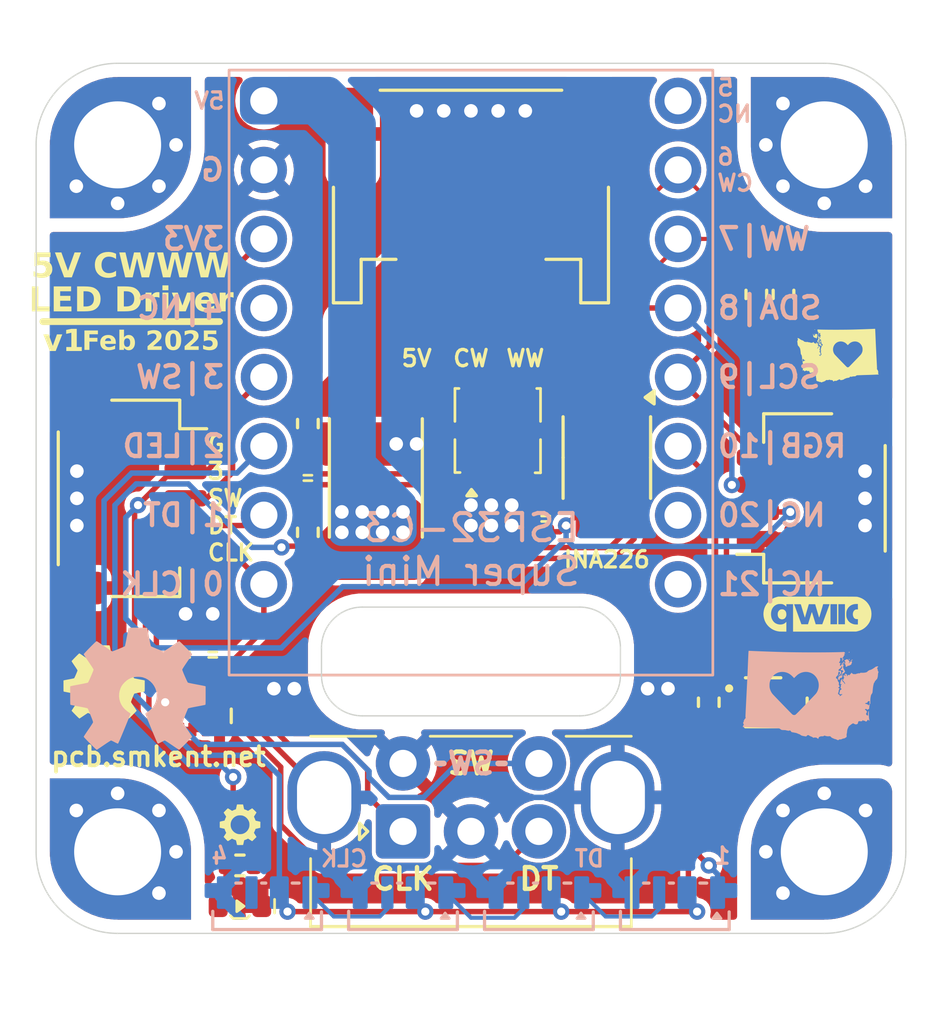
<source format=kicad_pcb>
(kicad_pcb (version 20240108) (generator "pcbnew") (generator_version "8.0")
  (layers (0 "F.Cu" signal) (31 "B.Cu" signal) (34 "B.Paste" user) (35 "F.Paste" user) (36 "B.SilkS" user "B.Silkscreen") (37 "F.SilkS" user "F.Silkscreen") (38 "B.Mask" user) (39 "F.Mask" user) (44 "Edge.Cuts" user))
  (net 0 "")
  (net 1 "+3V3")
  (net 2 "GND")
  (net 4 "CLK")
  (net 5 "DT")
  (net 6 "Net-(U2-Vin+)")
  (net 7 "SCL")
  (net 8 "SDA")
  (net 9 "BUTTON")
  (net 10 "+5V")
  (net 11 "Net-(LED0-A)")
  (net 12 "NEOPIXEL_DATA_5V")
  (net 13 "STATUS_LED")
  (net 15 "NEOPIXEL_DATA_3V3")
  (net 17 "5V_SHUNT_LOW")
  (net 18 "/PIX2_DATA_S")
  (net 19 "/PIX3_DATA_S")
  (net 20 "/PIX4_DATA_S")
  (net 21 "5V_SHUNT")
  (net 22 "WW_PWM_S")
  (net 23 "CW_PWM_S")
  (net 26 "WW_K")
  (net 27 "CW_K")
  (footprint "connector:Qwiic-SMD-horizontal" (layer "F.Cu") (at 135.55541 34 90)
    (property "Reference" "J2" (hide yes))
    (property "Value" "Qwiic")
  )
  (footprint "discrete:LED_SideEmitter_1.7x1.1mm" (layer "F.Cu") (at 114.5 49 180)
    (property "Reference" "LED0" (hide yes))
    (property "Value" "XL-1606UWC")
  )
  (footprint "graphics:icon-gear-1.5mm" (layer "F.Cu") (at 114.5 46)
    (property "Reference" "G***" (hide yes))
    (property "Value" "LOGO" (hide yes))
  )
  (footprint "mechanical:MountingHole_3.2mm_M3_5.4mm_Pad_Via_corner" (layer "F.Cu") (at 110 47)
    (property "Reference" "REF**" (hide yes))
    (property "Value" "MountingHole_3.2mm_M3_5.4mm_Pad_Via_corner" (hide yes))
  )
  (footprint "graphics:oshw-logo-3mm" (layer "F.Cu") (at 109.5 40.75)
    (property "Reference" "G***" (hide yes))
    (property "Value" "LOGO" (hide yes))
  )
  (footprint "Resistor_SMD:R_2512_6332Metric_Pad1.40x3.35mm_HandSolder" (layer "F.Cu") (at 119.5 33.25 90)
    (property "Reference" "SR1" (hide yes))
    (property "Value" "R020")
  )
  (footprint "Resistor_SMD:R_0402_1005Metric" (layer "F.Cu") (at 134.5 26.5 -90)
    (property "Reference" "R4" (hide yes))
    (property "Value" "10K")
  )
  (footprint "electromechanical:RotaryEncoder_Alps_EC11-Switch_Horizontal_H20mm" (layer "F.Cu") (at 120.5 46.25 90)
    (property "Reference" "SW1" (hide yes))
    (property "Value" "RotaryEncoder_Switch_MP")
  )
  (footprint "mechanical:MountingHole_3.2mm_M3_5.4mm_Pad_Via_corner" (layer "F.Cu") (at 110 21 -90)
    (property "Reference" "REF**" (hide yes))
    (property "Value" "MountingHole_3.2mm_M3_5.4mm_Pad_Via_corner" (hide yes))
  )
  (footprint "Resistor_SMD:R_0402_1005Metric" (layer "F.Cu") (at 114.5 47.5)
    (property "Reference" "R0" (hide yes))
    (property "Value" "5K1")
  )
  (footprint "Resistor_SMD:R_0402_1005Metric" (layer "F.Cu") (at 135.75 41.5 -90)
    (property "Reference" "R2" (hide yes))
    (property "Value" "10K")
  )
  (footprint "Resistor_SMD:R_0402_1005Metric" (layer "F.Cu") (at 133.5 26.5 -90)
    (property "Reference" "R5" (hide yes))
    (property "Value" "10K")
  )
  (footprint "graphics:qwiic-logo-4mm" (layer "F.Cu") (at 135.75 38.25)
    (property "Reference" "G***" (hide yes))
    (property "Value" "LOGO" (hide yes))
  )
  (footprint "package:PDFN-8_L3.2-W3.1-P0.65-LS3.4-BL-EP2" (layer "F.Cu") (at 124 31.5)
    (property "Reference" "Q1" (hide yes))
    (property "Value" "ZC010DNG")
  )
  (footprint "Resistor_SMD:R_0402_1005Metric" (layer "F.Cu") (at 131.75 41.5 -90)
    (property "Reference" "R1" (hide yes))
    (property "Value" "10K")
  )
  (footprint "mechanical:MountingHole_3.2mm_M3_5.4mm_Pad_Via_corner_SW-curve" (layer "F.Cu") (at 136 47 90)
    (property "Reference" "REF**" (hide yes))
    (property "Value" "MountingHole_3.2mm_M3_5.4mm_Pad_Via_corner_SW-curve" (hide yes))
  )
  (footprint "graphics:wa-state-heart-3mm" (layer "F.Cu") (at 136.5 28.75)
    (property "Reference" "G***" (hide yes))
    (property "Value" "LOGO" (hide yes))
  )
  (footprint "package:SOT-523" (layer "F.Cu") (at 133.75 41.5)
    (property "Reference" "Q2" (hide yes))
    (property "Value" "G2N7002X")
  )
  (footprint "Resistor_SMD:R_0402_1005Metric" (layer "F.Cu") (at 117 31.25 -90)
    (property "Reference" "R7" (hide yes))
    (property "Value" "10R")
  )
  (footprint "Package_SO:VSSOP-10_3x3mm_P0.5mm" (layer "F.Cu") (at 128 32.5 -90)
    (property "Reference" "U2" (hide yes))
    (property "Value" "INA226")
  )
  (footprint "discrete:C_0402_1005Metric" (layer "F.Cu") (at 117 33.25 90)
    (property "Reference" "C9" (hide yes))
    (property "Value" "0u1")
  )
  (footprint "connector:JST_SH_SM05B-SRSS-TB_1x05-1MP_P1.00mm_Horizontal" (layer "F.Cu") (at 110.5 34 -90)
    (property "Reference" "J3")
    (property "Value" "JST SH")
  )
  (footprint "discrete:C_0402_1005Metric" (layer "F.Cu") (at 113.5 39.75 90)
    (property "Reference" "C7" (hide yes))
    (property "Value" "10n")
  )
  (footprint "mechanical:MountingHole_3.2mm_M3_5.4mm_Pad_Via_corner" (layer "F.Cu") (at 136 21 180)
    (property "Reference" "REF**" (hide yes))
    (property "Value" "MountingHole_3.2mm_M3_5.4mm_Pad_Via_corner" (hide yes))
  )
  (footprint "discrete:C_0402_1005Metric" (layer "F.Cu") (at 125.75 34.75 90)
    (property "Reference" "C10" (hide yes))
    (property "Value" "1u")
  )
  (footprint "Resistor_SMD:R_0402_1005Metric" (layer "F.Cu") (at 117 35.25 90)
    (property "Reference" "R6" (hide yes))
    (property "Value" "10R")
  )
  (footprint "discrete:R_Array_Convex_4x0402" (layer "F.Cu") (at 113 42 -90)
    (property "Reference" "RN1" (hide yes))
    (property "Value" "10K")
  )
  (footprint "connector:STEMMA-Signal-SMD-horizontal" (layer "F.Cu") (at 123 23.5 180)
    (property "Reference" "J1" (hide yes))
    (property "Value" "JST PH")
  )
  (footprint "discrete:C_0402_1005Metric" (layer "F.Cu") (at 112.5 39.75 90)
    (property "Reference" "C8" (hide yes))
    (property "Value" "10n")
  )
  (footprint "discrete:LED_SK6812SIDE-A_4.0x1.6mm" (layer "B.Cu") (at 115.5 48.5 180)
    (property "Reference" "PIX4")
    (property "Value" "SK6812SIDE-A")
  )
  (footprint "discrete:LED_SK6812SIDE-A_4.0x1.6mm" (layer "B.Cu") (at 120.5 48.5 180)
    (property "Reference" "PIX3")
    (property "Value" "SK6812SIDE-A")
  )
  (footprint "discrete:LED_SK6812SIDE-A_4.0x1.6mm" (layer "B.Cu") (at 125.5 48.5 180)
    (property "Reference" "PIX2")
    (property "Value" "SK6812SIDE-A")
  )
  (footprint "graphics:oshw-logo-5mm" (layer "B.Cu") (at 110.75 41 180)
    (property "Reference" "G***" (hide yes))
    (property "Value" "LOGO" (hide yes))
  )
  (footprint "discrete:LED_SK6812SIDE-A_4.0x1.6mm" (layer "B.Cu") (at 130.5 48.5 180)
    (property "Reference" "PIX1")
    (property "Value" "SK6812SIDE-A")
  )
  (footprint "graphics:wa-state-heart-5mm" (layer "B.Cu") (at 135.5 41.25 180)
    (property "Reference" "G***" (hide yes))
    (property "Value" "LOGO" (hide yes))
  )
  (footprint "module:ESP32-C3-Super-Mini-Pins" (layer "B.Cu") (at 123 27 180)
    (property "Reference" "SM1" (hide yes))
    (property "Value" "~")
  )
  (gr_line (start 122 43.75) (end 121.75 43.75) (stroke (width 0.2)) (layer "B.SilkS"))
  (gr_line (start 124 43.75) (end 124.25 43.75) (stroke (width 0.2)) (layer "B.SilkS"))
  (gr_line (start 122 43.75) (end 121.75 43.75) (stroke (width 0.2)) (layer "F.SilkS"))
  (gr_line (start 124 43.75) (end 124.25 43.75) (stroke (width 0.2)) (layer "F.SilkS"))
  (gr_line (start 107.25 27.5) (end 113.75 27.5) (stroke (width 0.25)) (layer "F.SilkS"))
  (gr_line (start 128.5 39.5) (end 128.5 40.5) (stroke (width 0.05)) (layer "Edge.Cuts"))
  (gr_line (start 127 42) (end 119 42) (stroke (width 0.05)) (layer "Edge.Cuts"))
  (gr_line (start 107 47) (end 107 21) (stroke (width 0.05)) (layer "Edge.Cuts"))
  (gr_line (start 119 38) (end 127 38) (stroke (width 0.05)) (layer "Edge.Cuts"))
  (gr_arc (start 136 18) (mid 138.12132 18.87868) (end 139 21) (stroke (width 0.05)) (layer "Edge.Cuts"))
  (gr_line (start 110 18) (end 136 18) (stroke (width 0.05)) (layer "Edge.Cuts"))
  (gr_arc (start 127 38) (mid 128.06066 38.43934) (end 128.5 39.5) (stroke (width 0.05)) (layer "Edge.Cuts"))
  (gr_line (start 139 21) (end 139 47) (stroke (width 0.05)) (layer "Edge.Cuts"))
  (gr_arc (start 117.5 39.5) (mid 117.93934 38.43934) (end 119 38) (stroke (width 0.05)) (layer "Edge.Cuts"))
  (gr_arc (start 139 47) (mid 138.12132 49.12132) (end 136 50) (stroke (width 0.05)) (layer "Edge.Cuts"))
  (gr_arc (start 128.5 40.5) (mid 128.06066 41.56066) (end 127 42) (stroke (width 0.05)) (layer "Edge.Cuts"))
  (gr_line (start 136 50) (end 110 50) (stroke (width 0.05)) (layer "Edge.Cuts"))
  (gr_arc (start 119 42) (mid 117.93934 41.56066) (end 117.5 40.5) (stroke (width 0.05)) (layer "Edge.Cuts"))
  (gr_line (start 117.5 40.5) (end 117.5 39.5) (stroke (width 0.05)) (layer "Edge.Cuts"))
  (gr_arc (start 107 21) (mid 107.87868 18.87868) (end 110 18) (stroke (width 0.05)) (layer "Edge.Cuts"))
  (gr_arc (start 110 50) (mid 107.87868 49.12132) (end 107 47) (stroke (width 0.05)) (layer "Edge.Cuts"))
  (gr_text "RGB|10" (at 132 32.08 0) (layer "B.SilkS") (effects (font (size 0.8 0.8) (thickness 0.16) (bold yes)) (justify right mirror)))
  (gr_text "4|NC" (at 114 27 0) (layer "B.SilkS") (effects (font (size 0.8 0.8) (thickness 0.16) (bold yes)) (justify left mirror)))
  (gr_text "0|CLK" (at 114 37.16 0) (layer "B.SilkS") (effects (font (size 0.8 0.8) (thickness 0.16) (bold yes)) (justify left mirror)))
  (gr_text "6\nCW" (at 132 21.92 0) (layer "B.SilkS") (effects (font (size 0.6 0.6) (thickness 0.12) (bold yes)) (justify right mirror)))
  (gr_text "5V" (at 114 19.38 0) (layer "B.SilkS") (effects (font (size 0.6 0.6) (thickness 0.12) (bold yes)) (justify left mirror)))
  (gr_text "3V3" (at 114 24.46 0) (layer "B.SilkS") (effects (font (size 0.8 0.8) (thickness 0.16) (bold yes)) (justify left mirror)))
  (gr_text "3|SW" (at 114 29.54 0) (layer "B.SilkS") (effects (font (size 0.8 0.8) (thickness 0.16) (bold yes)) (justify left mirror)))
  (gr_text "G" (at 114 21.92 0) (layer "B.SilkS") (effects (font (size 0.8 0.8) (thickness 0.16) (bold yes)) (justify left mirror)))
  (gr_text "1|DT" (at 114 34.62 0) (layer "B.SilkS") (effects (font (size 0.8 0.8) (thickness 0.16) (bold yes)) (justify left mirror)))
  (gr_text "NC|20" (at 132 34.62 0) (layer "B.SilkS") (effects (font (size 0.8 0.8) (thickness 0.16) (bold yes)) (justify right mirror)))
  (gr_text "WW|7" (at 132 24.46 0) (layer "B.SilkS") (effects (font (size 0.8 0.8) (thickness 0.16) (bold yes)) (justify right mirror)))
  (gr_text "CLK" (at 119.25 47.25 0) (layer "B.SilkS") (effects (font (size 0.6 0.6) (thickness 0.12) (bold yes)) (justify left mirror)))
  (gr_text "DT" (at 126.75 47.25 0) (layer "B.SilkS") (effects (font (size 0.6 0.6) (thickness 0.12) (bold yes)) (justify right mirror)))
  (gr_text "SDA|8" (at 132 27 0) (layer "B.SilkS") (effects (font (size 0.8 0.8) (thickness 0.16) (bold yes)) (justify right mirror)))
  (gr_text "SCL|9" (at 132 29.54 0) (layer "B.SilkS") (effects (font (size 0.8 0.8) (thickness 0.16) (bold yes)) (justify right mirror)))
  (gr_text "1" (at 132.25 47.5 0) (layer "B.SilkS") (effects (font (size 0.6 0.6) (thickness 0.12) (bold yes)) (justify bottom mirror)))
  (gr_text "5\nNC" (at 132 19.38 0) (layer "B.SilkS") (effects (font (size 0.6 0.6) (thickness 0.12) (bold yes)) (justify right mirror)))
  (gr_text "2|LED" (at 114 32.08 0) (layer "B.SilkS") (effects (font (size 0.8 0.8) (thickness 0.16) (bold yes)) (justify left mirror)))
  (gr_text "NC|21" (at 132 37.16 0) (layer "B.SilkS") (effects (font (size 0.8 0.8) (thickness 0.16) (bold yes)) (justify right mirror)))
  (gr_text "4" (at 113.75 47.5 0) (layer "B.SilkS") (effects (font (size 0.6 0.6) (thickness 0.12) (bold yes)) (justify bottom mirror)))
  (gr_text "SW" (at 123 43.75 0) (layer "B.SilkS") (effects (font (size 0.8 0.8) (thickness 0.16) (bold yes)) (justify mirror)))
  (gr_text "5V" (at 121 28.5 0) (layer "F.SilkS") (effects (font (size 0.6 0.6) (thickness 0.12) (bold yes)) (justify top)))
  (gr_text "CLK" (at 113.25 36 0) (layer "F.SilkS") (effects (font (size 0.6 0.6) (thickness 0.12) (bold yes)) (justify left)))
  (gr_text "CW" (at 123 28.5 0) (layer "F.SilkS") (effects (font (size 0.6 0.6) (thickness 0.12) (bold yes)) (justify top)))
  (gr_text "CLK" (at 120.5 48 -0) (layer "F.SilkS") (effects (font (size 0.8 0.8) (thickness 0.16) (bold yes))))
  (gr_text "WW" (at 125 28.5 0) (layer "F.SilkS") (effects (font (size 0.6 0.6) (thickness 0.12) (bold yes)) (justify top)))
  (gr_text "SW" (at 113.25 34 0) (layer "F.SilkS") (effects (font (size 0.6 0.6) (thickness 0.12) (bold yes)) (justify left)))
  (gr_text "DT" (at 125.5 48 -0) (layer "F.SilkS") (effects (font (size 0.8 0.8) (thickness 0.16) (bold yes))))
  (gr_text "3" (at 113.25 33 0) (layer "F.SilkS") (effects (font (size 0.6 0.6) (thickness 0.12) (bold yes)) (justify left)))
  (gr_text "5V CWWW" (at 110.5 25.5 0) (layer "F.SilkS") (effects (font (size 0.9 0.9) (thickness 0.18) (bold yes))))
  (gr_text "INA226" (at 128 36.25 0) (layer "F.SilkS") (effects (font (size 0.6 0.6) (thickness 0.12) (bold yes))))
  (gr_text "pcb.smkent.net" (at 111.5 43.5 0) (layer "F.SilkS") (effects (font (size 0.7 0.7) (thickness 0.14) (bold yes))))
  (gr_text "Feb 2025" (at 113.75 28.25 0) (layer "F.SilkS") (effects (font (size 0.7 0.7) (thickness 0.14) (bold yes)) (justify right)))
  (gr_text "v1" (at 107.25 28.25 0) (layer "F.SilkS") (effects (font (size 0.8 0.8) (thickness 0.16) (bold yes)) (justify left)))
  (gr_text "G" (at 113.25 32 0) (layer "F.SilkS") (effects (font (size 0.6 0.6) (thickness 0.12) (bold yes)) (justify left)))
  (gr_text "DT" (at 113.25 35 0) (layer "F.SilkS") (effects (font (size 0.6 0.6) (thickness 0.12) (bold yes)) (justify left)))
  (gr_text "SW" (at 123 43.75 -0) (layer "F.SilkS") (effects (font (size 0.8 0.8) (thickness 0.16) (bold yes))))
  (gr_text "LED Driver" (at 110.5 26.75 0) (layer "F.SilkS") (effects (font (size 0.9 0.9) (thickness 0.18) (bold yes))))
  (segment (start 127 34.7) (end 126.8 34.7) (width 0.2) (layer "F.Cu") (net 1))
  (segment (start 111.15 41.748529) (end 111.901471 42.5) (width 0.2) (layer "F.Cu") (net 1))
  (segment (start 132.4 39.966761) (end 131.75 40.616761) (width 0.2) (layer "F.Cu") (net 1))
  (segment (start 131.75 40.99) (end 133.095 40.99) (width 0.2) (layer "F.Cu") (net 1))
  (segment (start 110.75 34.25) (end 110.625 34.375) (width 0.2) (layer "F.Cu") (net 1))
  (segment (start 126.8 34.7) (end 126.5 35) (width 0.2) (layer "F.Cu") (net 1))
  (segment (start 113.25 42.5) (end 112.25 42.5) (width 0.2) (layer "F.Cu") (net 1))
  (segment (start 110.625 34.375) (end 110.625 39.986372) (width 0.2) (layer "F.Cu") (net 1))
  (segment (start 134.75 34.5) (end 133.55541 34.5) (width 0.2) (layer "F.Cu") (net 1))
  (segment (start 111.901471 42.5) (end 112.25 42.5) (width 0.2) (layer "F.Cu") (net 1))
  (segment (start 132.780411 34.5) (end 132.4 34.880411) (width 0.2) (layer "F.Cu") (net 1))
  (segment (start 131.75 40.616761) (end 131.75 40.99) (width 0.2) (layer "F.Cu") (net 1))
  (segment (start 111.15 40.511372) (end 111.15 41.748529) (width 0.2) (layer "F.Cu") (net 1))
  (segment (start 113.75 32.524999) (end 113.75 26.09) (width 0.2) (layer "F.Cu") (net 1))
  (segment (start 112 33) (end 110.75 34.25) (width 0.2) (layer "F.Cu") (net 1))
  (segment (start 133.095 40.99) (end 133.105 41) (width 0.2) (layer "F.Cu") (net 1))
  (segment (start 112.5 33) (end 112 33) (width 0.2) (layer "F.Cu") (net 1))
  (segment (start 112.5 33) (end 113.274999 33) (width 0.2) (layer "F.Cu") (net 1))
  (segment (start 113.75 26.09) (end 115.38 24.46) (width 0.2) (layer "F.Cu") (net 1))
  (segment (start 113.274999 33) (end 113.75 32.524999) (width 0.2) (layer "F.Cu") (net 1))
  (segment (start 132.4 34.880411) (end 132.4 39.966761) (width 0.2) (layer "F.Cu") (net 1))
  (segment (start 125.75 35.23) (end 126.27 35.23) (width 0.2) (layer "F.Cu") (net 1))
  (segment (start 110.625 39.986372) (end 111.15 40.511372) (width 0.2) (layer "F.Cu") (net 1))
  (segment (start 126.27 35.23) (end 126.5 35) (width 0.2) (layer "F.Cu") (net 1))
  (via (at 110.75 34.25) (size 0.6) (drill 0.3) (layers "F.Cu" "B.Cu") (net 1))
  (via (at 134.75 34.5) (size 0.6) (drill 0.3) (layers "F.Cu" "B.Cu") (net 1))
  (via (at 126.5 35) (size 0.6) (drill 0.3) (layers "F.Cu" "B.Cu") (net 1))
  (segment (start 126.5 35.5) (end 126.77 35.77) (width 0.2) (layer "B.Cu") (net 1))
  (segment (start 126.77 35.77) (end 133.48 35.77) (width 0.2) (layer "B.Cu") (net 1))
  (segment (start 110.3 38.425) (end 111.375 39.5) (width 0.2) (layer "B.Cu") (net 1))
  (segment (start 111.375 39.5) (end 116.02635 39.5) (width 0.2) (layer "B.Cu") (net 1))
  (segment (start 133.48 35.77) (end 134.75 34.5) (width 0.2) (layer "B.Cu") (net 1))
  (segment (start 124.75 37.25) (end 126.5 35.5) (width 0.2) (layer "B.Cu") (net 1))
  (segment (start 116.02635 39.5) (end 118.27635 37.25) (width 0.2) (layer "B.Cu") (net 1))
  (segment (start 110.3 34.7) (end 110.3 38.425) (width 0.2) (layer "B.Cu") (net 1))
  (segment (start 126.5 35.5) (end 126.5 35) (width 0.2) (layer "B.Cu") (net 1))
  (segment (start 118.27635 37.25) (end 124.75 37.25) (width 0.2) (layer "B.Cu") (net 1))
  (segment (start 110.75 34.25) (end 110.3 34.7) (width 0.2) (layer "B.Cu") (net 1))
  (segment (start 117.6 44.915686) (end 117.6 45) (width 0.2) (layer "F.Cu") (net 2))
  (segment (start 114.184314 41.5) (end 117.6 44.915686) (width 0.2) (layer "F.Cu") (net 2))
  (segment (start 129 30.3) (end 128.5 30.3) (width 0.2) (layer "F.Cu") (net 2))
  (segment (start 113.75 41.5) (end 114.184314 41.5) (width 0.2) (layer "F.Cu") (net 2))
  (via (at 115.75 41) (size 1) (drill 0.5) (layers "F.Cu" "B.Cu") (net 2))
  (via (at 123 34.25) (size 1) (drill 0.5) (layers "F.Cu" "B.Cu") (net 2))
  (via (at 123.75 34.25) (size 1) (drill 0.5) (layers "F.Cu" "B.Cu") (net 2))
  (via (at 122 19.75) (size 1) (drill 0.5) (layers "F.Cu" "B.Cu") (net 2))
  (via (at 113.5 38.25) (size 1) (drill 0.5) (layers "F.Cu" "B.Cu") (net 2))
  (via (at 120.25 32) (size 1) (drill 0.5) (layers "F.Cu" "B.Cu") (net 2))
  (via (at 121 19.75) (size 1) (drill 0.5) (layers "F.Cu" "B.Cu") (net 2))
  (via (at 137.5 35) (size 1) (drill 0.5) (layers "F.Cu" "B.Cu") (net 2))
  (via (at 125 19.75) (size 1) (drill 0.5) (layers "F.Cu" "B.Cu") (net 2))
  (via (at 137.5 34) (size 1) (drill 0.5) (layers "F.Cu" "B.Cu") (net 2))
  (via (at 124 19.75) (size 1) (drill 0.5) (layers "F.Cu" "B.Cu") (net 2))
  (via (at 137.5 33) (size 1) (drill 0.5) (layers "F.Cu" "B.Cu") (net 2))
  (via (at 129.5 41) (size 1) (drill 0.5) (layers "F.Cu" "B.Cu") (net 2))
  (via (at 123 35) (size 1) (drill 0.5) (layers "F.Cu" "B.Cu") (net 2))
  (via (at 108.5 34) (size 1) (drill 0.5) (layers "F.Cu" "B.Cu") (net 2))
  (via (at 108.5 33) (size 1) (drill 0.5) (layers "F.Cu" "B.Cu") (net 2))
  (via (at 124.5 35) (size 1) (drill 0.5) (layers "F.Cu" "B.Cu") (net 2))
  (via (at 121 32) (size 1) (drill 0.5) (layers "F.Cu" "B.Cu") (net 2))
  (via (at 116.5 41) (size 1) (drill 0.5) (layers "F.Cu" "B.Cu") (net 2))
  (via (at 108.5 35) (size 1) (drill 0.5) (layers "F.Cu" "B.Cu") (net 2))
  (via (at 123 19.75) (size 1) (drill 0.5) (layers "F.Cu" "B.Cu") (net 2))
  (via (at 123.75 35) (size 1) (drill 0.5) (layers "F.Cu" "B.Cu") (net 2))
  (via (at 112.5 38.25) (size 1) (drill 0.5) (layers "F.Cu" "B.Cu") (net 2))
  (via (at 124.5 34.25) (size 1) (drill 0.5) (layers "F.Cu" "B.Cu") (net 2))
  (via (at 130.25 41) (size 1) (drill 0.5) (layers "F.Cu" "B.Cu") (net 2))
  (segment (start 123 46.25) (end 124.25 45) (width 0.2) (layer "B.Cu") (net 2))
  (segment (start 124.25 45) (end 128.4 45) (width 0.2) (layer "B.Cu") (net 2))
  (segment (start 113.5 40.23) (end 113.5 40.25) (width 0.2) (layer "F.Cu") (net 4))
  (segment (start 119.2 43.987258) (end 119.2 44.95) (width 0.2) (layer "F.Cu") (net 4))
  (segment (start 118.262742 43.05) (end 119.2 43.987258) (width 0.2) (layer "F.Cu") (net 4))
  (segment (start 113.25 41.5) (end 113.25 40.98) (width 0.2) (layer "F.Cu") (net 4))
  (segment (start 115.38 37.16) (end 114.22 36) (width 0.2) (layer "F.Cu") (net 4))
  (segment (start 116.3 43.05) (end 118.262742 43.05) (width 0.2) (layer "F.Cu") (net 4))
  (segment (start 113.5 40.25) (end 116.3 43.05) (width 0.2) (layer "F.Cu") (net 4))
  (segment (start 114.22 36) (end 112.5 36) (width 0.2) (layer "F.Cu") (net 4))
  (segment (start 115.38 38.85) (end 115.38 37.16) (width 0.2) (layer "F.Cu") (net 4))
  (segment (start 115.36 38.85) (end 115.38 38.85) (width 0.2) (layer "F.Cu") (net 4))
  (segment (start 113.5 40.73) (end 113.5 40.23) (width 0.2) (layer "F.Cu") (net 4))
  (segment (start 113.98 40.23) (end 113.5 40.23) (width 0.2) (layer "F.Cu") (net 4))
  (segment (start 113.98 40.23) (end 115.36 38.85) (width 0.2) (layer "F.Cu") (net 4))
  (segment (start 119.2 44.95) (end 120.5 46.25) (width 0.2) (layer "F.Cu") (net 4))
  (segment (start 113.25 40.98) (end 113.5 40.73) (width 0.2) (layer "F.Cu") (net 4))
  (segment (start 115 35) (end 115.38 34.62) (width 0.2) (layer "F.Cu") (net 5))
  (segment (start 111.425 39.655) (end 111.425 35.075) (width 0.2) (layer "F.Cu") (net 5))
  (segment (start 112.75 41.75) (end 113 42) (width 0.2) (layer "F.Cu") (net 5))
  (segment (start 113 42) (end 114.118628 42) (width 0.2) (layer "F.Cu") (net 5))
  (segment (start 112 40.23) (end 111.425 39.655) (width 0.2) (layer "F.Cu") (net 5))
  (segment (start 111.425 35.075) (end 111.5 35) (width 0.2) (layer "F.Cu") (net 5))
  (segment (start 114.118628 42) (end 116 43.881372) (width 0.2) (layer "F.Cu") (net 5))
  (segment (start 112.75 40.98) (end 112.5 40.73) (width 0.2) (layer "F.Cu") (net 5))
  (segment (start 111.5 35) (end 112.5 35) (width 0.2) (layer "F.Cu") (net 5))
  (segment (start 124.25 47.5) (end 125.5 46.25) (width 0.2) (layer "F.Cu") (net 5))
  (segment (start 112.5 40.23) (end 112 40.23) (width 0.2) (layer "F.Cu") (net 5))
  (segment (start 116 43.881372) (end 116 46.012742) (width 0.2) (layer "F.Cu") (net 5))
  (segment (start 112.5 35) (end 115 35) (width 0.2) (layer "F.Cu") (net 5))
  (segment (start 116 46.012742) (end 117.487258 47.5) (width 0.2) (layer "F.Cu") (net 5))
  (segment (start 112.75 41.5) (end 112.75 40.98) (width 0.2) (layer "F.Cu") (net 5))
  (segment (start 112.5 40.73) (end 112.5 40.23) (width 0.2) (layer "F.Cu") (net 5))
  (segment (start 112.75 41.5) (end 112.75 41.75) (width 0.2) (layer "F.Cu") (net 5))
  (segment (start 117.487258 47.5) (end 124.25 47.5) (width 0.2) (layer "F.Cu") (net 5))
  (segment (start 117 33.73) (end 117 34.74) (width 0.2) (layer "F.Cu") (net 6))
  (segment (start 121.6 33.915686) (end 121.184314 33.5) (width 0.2) (layer "F.Cu") (net 6))
  (segment (start 129 35.490685) (end 128.280685 36.21) (width 0.2) (layer "F.Cu") (net 6))
  (segment (start 121.184314 33.5) (end 117.23 33.5) (width 0.2) (layer "F.Cu") (net 6))
  (segment (start 122.01429 36.21) (end 121.6 35.79571) (width 0.2) (layer "F.Cu") (net 6))
  (segment (start 117.23 33.5) (end 117 33.73) (width 0.2) (layer "F.Cu") (net 6))
  (segment (start 128.280685 36.21) (end 122.01429 36.21) (width 0.2) (layer "F.Cu") (net 6))
  (segment (start 121.6 35.79571) (end 121.6 33.915686) (width 0.2) (layer "F.Cu") (net 6))
  (segment (start 129 34.7) (end 129 35.490685) (width 0.2) (layer "F.Cu") (net 6))
  (segment (start 130.002233 25.85) (end 131.096346 25.85) (width 0.2) (layer "F.Cu") (net 7))
  (segment (start 131.096346 25.85) (end 131.77 26.523654) (width 0.2) (layer "F.Cu") (net 7))
  (segment (start 127 30.3) (end 127 28.852233) (width 0.2) (layer "F.Cu") (net 7))
  (segment (start 127 28.852233) (end 130.002233 25.85) (width 0.2) (layer "F.Cu") (net 7))
  (segment (start 133.55541 32.5) (end 130.62 29.56459) (width 0.2) (layer "F.Cu") (net 7))
  (segment (start 131.77 28.39) (end 130.62 29.54) (width 0.2) (layer "F.Cu") (net 7))
  (segment (start 130.62 29.56459) (end 130.62 29.54) (width 0.2) (layer "F.Cu") (net 7))
  (segment (start 131.77 26.523654) (end 131.77 28.39) (width 0.2) (layer "F.Cu") (net 7))
  (segment (start 133.55541 33.5) (end 132.607847 33.5) (width 0.2) (layer "F.Cu") (net 8))
  (segment (start 127.5 30.3) (end 127.5 28.917919) (width 0.2) (layer "F.Cu") (net 8))
  (segment (start 132.607847 33.5) (end 132.6 33.507847) (width 0.2) (layer "F.Cu") (net 8))
  (segment (start 127.5 28.917919) (end 129.417919 27) (width 0.2) (layer "F.Cu") (net 8))
  (segment (start 129.417919 27) (end 130.62 27) (width 0.2) (layer "F.Cu") (net 8))
  (via (at 132.6 33.507847) (size 0.6) (drill 0.3) (layers "F.Cu" "B.Cu") (net 8))
  (segment (start 132.6 33.507847) (end 132.6 28.98) (width 0.2) (layer "B.Cu") (net 8))
  (segment (start 132.6 28.98) (end 130.62 27) (width 0.2) (layer "B.Cu") (net 8))
  (segment (start 111.55 41.3) (end 111.55 40.345686) (width 0.2) (layer "F.Cu") (net 9))
  (segment (start 111.025 39.820686) (end 111.025 34.909314) (width 0.2) (layer "F.Cu") (net 9))
  (segment (start 111.55 40.345686) (end 111.025 39.820686) (width 0.2) (layer "F.Cu") (net 9))
  (segment (start 114.23 30.69) (end 115.38 29.54) (width 0.2) (layer "F.Cu") (net 9))
  (segment (start 111.75 41.5) (end 112.25 41.5) (width 0.2) (layer "F.Cu") (net 9))
  (segment (start 112.5 34) (end 113.274999 34) (width 0.2) (layer "F.Cu") (net 9))
  (segment (start 111.75 41.5) (end 111.55 41.3) (width 0.2) (layer "F.Cu") (net 9))
  (segment (start 111.025 34.909314) (end 111.934314 34) (width 0.2) (layer "F.Cu") (net 9))
  (segment (start 114.23 33.044999) (end 114.23 30.69) (width 0.2) (layer "F.Cu") (net 9))
  (segment (start 111.934314 34) (end 112.5 34) (width 0.2) (layer "F.Cu") (net 9))
  (segment (start 113.274999 34) (end 114.23 33.044999) (width 0.2) (layer "F.Cu") (net 9))
  (via (at 111.75 41.5) (size 0.6) (drill 0.3) (layers "F.Cu" "B.Cu") (net 9))
  (segment (start 118.262742 43.05) (end 119.25 44.037258) (width 0.2) (layer "B.Cu") (net 9))
  (segment (start 121.25 45) (end 122.5 43.75) (width 0.2) (layer "B.Cu") (net 9))
  (segment (start 111.75 41.5) (end 111.75 41.784314) (width 0.2) (layer "B.Cu") (net 9))
  (segment (start 113.015686 43.05) (end 118.262742 43.05) (width 0.2) (layer "B.Cu") (net 9))
  (segment (start 119.25 44.267767) (end 119.982233 45) (width 0.2) (layer "B.Cu") (net 9))
  (segment (start 119.982233 45) (end 121.25 45) (width 0.2) (layer "B.Cu") (net 9))
  (segment (start 119.25 44.037258) (end 119.25 44.267767) (width 0.2) (layer "B.Cu") (net 9))
  (segment (start 122.5 43.75) (end 125.5 43.75) (width 0.2) (layer "B.Cu") (net 9))
  (segment (start 111.75 41.784314) (end 113.015686 43.05) (width 0.2) (layer "B.Cu") (net 9))
  (segment (start 134.081544 40.99) (end 135.75 40.99) (width 0.2) (layer "F.Cu") (net 10))
  (segment (start 131.32076 49.2) (end 131 48.87924) (width 0.2) (layer "F.Cu") (net 10))
  (segment (start 126.320759 49.2) (end 121.320759 49.2) (width 0.2) (layer "F.Cu") (net 10))
  (segment (start 126.32076 49.200001) (end 126.320759 49.2) (width 0.2) (layer "F.Cu") (net 10))
  (segment (start 131 48.87924) (end 131 45.5) (width 0.2) (layer "F.Cu") (net 10))
  (segment (start 117 35.76) (end 116.072941 35.76) (width 0.2) (layer "F.Cu") (net 10))
  (segment (start 131.32076 49.2) (end 131.320759 49.200001) (width 0.2) (layer "F.Cu") (net 10))
  (segment (start 131 45.5) (end 133.75 42.75) (width 0.2) (layer "F.Cu") (net 10))
  (segment (start 133.75 42.75) (end 133.75 41.321544) (width 0.2) (layer "F.Cu") (net 10))
  (segment (start 116.072941 35.76) (end 116.029385 35.803556) (width 0.2) (layer "F.Cu") (net 10))
  (segment (start 131.320759 49.200001) (end 126.32076 49.200001) (width 0.2) (layer "F.Cu") (net 10))
  (segment (start 133.75 41.321544) (end 134.081544 40.99) (width 0.2) (layer "F.Cu") (net 10))
  (segment (start 116.25 49.2) (end 121.320759 49.2) (width 0.2) (layer "F.Cu") (net 10))
  (via (at 118.25 34.5) (size 1) (drill 0.5) (layers "F.Cu" "B.Cu") (net 10))
  (via (at 116.25 49.2) (size 0.6) (drill 0.3) (layers "F.Cu" "B.Cu") (net 10))
  (via (at 116.029385 35.803556) (size 0.6) (drill 0.3) (layers "F.Cu" "B.Cu") (net 10))
  (via (at 126.320759 49.2) (size 0.6) (drill 0.3) (layers "F.Cu" "B.Cu") (net 10))
  (via (at 119.75 35.25) (size 1) (drill 0.5) (layers "F.Cu" "B.Cu") (net 10))
  (via (at 119.75 34.5) (size 1) (drill 0.5) (layers "F.Cu" "B.Cu") (net 10))
  (via (at 118.25 35.25) (size 1) (drill 0.5) (layers "F.Cu" "B.Cu") (net 10))
  (via (at 119 35.25) (size 1) (drill 0.5) (layers "F.Cu" "B.Cu") (net 10))
  (via (at 121.320759 49.2) (size 0.6) (drill 0.3) (layers "F.Cu" "B.Cu") (net 10))
  (via (at 131.32076 49.2) (size 0.6) (drill 0.3) (layers "F.Cu" "B.Cu") (net 10))
  (via (at 120.5 35.25) (size 1) (drill 0.5) (layers "F.Cu" "B.Cu") (net 10))
  (via (at 120.5 34.5) (size 1) (drill 0.5) (layers "F.Cu" "B.Cu") (net 10))
  (via (at 119 34.5) (size 1) (drill 0.5) (layers "F.Cu" "B.Cu") (net 10))
  (segment (start 125.95 48.5) (end 125.95 48.829241) (width 0.2) (layer "B.Cu") (net 10))
  (segment (start 110.681471 33.47) (end 110.75 33.47) (width 0.2) (layer "B.Cu") (net 10))
  (segment (start 112.85 43.45) (end 109.9 40.5) (width 0.2) (layer "B.Cu") (net 10))
  (segment (start 115.95 44.2) (end 115.2 43.45) (width 0.2) (layer "B.Cu") (net 10))
  (segment (start 114.93721 35.803556) (end 112.603654 33.47) (width 0.2) (layer "B.Cu") (net 10))
  (segment (start 116.029385 35.803556) (end 114.93721 35.803556) (width 0.2) (layer "B.Cu") (net 10))
  (segment (start 112.603654 33.47) (end 110.75 33.47) (width 0.2) (layer "B.Cu") (net 10))
  (segment (start 109.9 34.251471) (end 110.681471 33.47) (width 0.2) (layer "B.Cu") (net 10))
  (segment (start 109.9 40.5) (end 109.9 34.251471) (width 0.2) (layer "B.Cu") (net 10))
  (segment (start 115.95 48.5) (end 115.95 44.2) (width 0.2) (layer "B.Cu") (net 10))
  (segment (start 116.25 49.2) (end 115.95 48.9) (width 0.2) (layer "B.Cu") (net 10))
  (segment (start 120.95 48.829241) (end 121.320759 49.2) (width 0.2) (layer "B.Cu") (net 10))
  (segment (start 115.2 43.45) (end 112.85 43.45) (width 0.2) (layer "B.Cu") (net 10))
  (segment (start 125.95 48.829241) (end 126.320759 49.2) (width 0.2) (layer "B.Cu") (net 10))
  (segment (start 120.95 48.5) (end 120.95 48.829241) (width 0.2) (layer "B.Cu") (net 10))
  (segment (start 115.95 48.9) (end 115.95 48.5) (width 0.2) (layer "B.Cu") (net 10))
  (segment (start 113.99 48.01) (end 113.7 48.3) (width 0.2) (layer "F.Cu") (net 11))
  (segment (start 113.7 48.3) (end 113.7 49) (width 0.2) (layer "F.Cu") (net 11))
  (segment (start 113.99 47.5) (end 113.99 48.01) (width 0.2) (layer "F.Cu") (net 11))
  (segment (start 131.4 47.15) (end 131.4 45.665686) (width 0.2) (layer "F.Cu") (net 12))
  (segment (start 134.15 42.915686) (end 134.15 41.745) (width 0.2) (layer "F.Cu") (net 12))
  (segment (start 134.395 41.5) (end 135.24 41.5) (width 0.2) (layer "F.Cu") (net 12))
  (segment (start 134.15 41.745) (end 134.395 41.5) (width 0.2) (layer "F.Cu") (net 12))
  (segment (start 135.24 41.5) (end 135.75 42.01) (width 0.2) (layer "F.Cu") (net 12))
  (segment (start 131.75 47.5) (end 131.4 47.15) (width 0.2) (layer "F.Cu") (net 12))
  (segment (start 131.4 45.665686) (end 134.15 42.915686) (width 0.2) (layer "F.Cu") (net 12))
  (via (at 131.75 47.5) (size 0.6) (drill 0.3) (layers "F.Cu" "B.Cu") (net 12))
  (segment (start 131.75 47.5) (end 132.075 47.825) (width 0.2) (layer "B.Cu") (net 12))
  (segment (start 132.075 47.825) (end 132.075 48.5) (width 0.2) (layer "B.Cu") (net 12))
  (segment (start 114.25 46.74) (end 115.01 47.5) (width 0.2) (layer "F.Cu") (net 13))
  (segment (start 114.25 44.25) (end 114.25 46.74) (width 0.2) (layer "F.Cu") (net 13))
  (via (at 114.25 44.25) (size 0.6) (drill 0.3) (layers "F.Cu" "B.Cu") (net 13))
  (segment (start 109.5 40.665686) (end 109.5 34.085785) (width 0.2) (layer "B.Cu") (net 13))
  (segment (start 114.39 33.07) (end 115.38 32.08) (width 0.2) (layer "B.Cu") (net 13))
  (segment (start 113.85 43.85) (end 112.684314 43.85) (width 0.2) (layer "B.Cu") (net 13))
  (segment (start 110.515785 33.07) (end 114.39 33.07) (width 0.2) (layer "B.Cu") (net 13))
  (segment (start 114.25 44.25) (end 113.85 43.85) (width 0.2) (layer "B.Cu") (net 13))
  (segment (start 112.684314 43.85) (end 109.5 40.665686) (width 0.2) (layer "B.Cu") (net 13))
  (segment (start 109.5 34.085785) (end 110.515785 33.07) (width 0.2) (layer "B.Cu") (net 13))
  (segment (start 131.75 42.01) (end 131.13 41.39) (width 0.2) (layer "F.Cu") (net 15))
  (segment (start 133.105 42) (end 131.76 42) (width 0.2) (layer "F.Cu") (net 15))
  (segment (start 132 39.801076) (end 132 33.46) (width 0.2) (layer "F.Cu") (net 15))
  (segment (start 131.76 42) (end 131.75 42.01) (width 0.2) (layer "F.Cu") (net 15))
  (segment (start 132 33.46) (end 130.62 32.08) (width 0.2) (layer "F.Cu") (net 15))
  (segment (start 131.13 40.671076) (end 132 39.801076) (width 0.2) (layer "F.Cu") (net 15))
  (segment (start 131.13 41.39) (end 131.13 40.671076) (width 0.2) (layer "F.Cu") (net 15))
  (segment (start 121.35 33.1) (end 122 33.75) (width 0.2) (layer "F.Cu") (net 17))
  (segment (start 117 32.77) (end 117.33 33.1) (width 0.2) (layer "F.Cu") (net 17))
  (segment (start 117.33 33.1) (end 121.35 33.1) (width 0.2) (layer "F.Cu") (net 17))
  (segment (start 128.5 35.424999) (end 128.114999 35.81) (width 0.2) (layer "F.Cu") (net 17))
  (segment (start 128.5 34.7) (end 128.5 35.424999) (width 0.2) (layer "F.Cu") (net 17))
  (segment (start 117 31.76) (end 117 32.77) (width 0.2) (layer "F.Cu") (net 17))
  (segment (start 122 33.75) (end 122 35.630024) (width 0.2) (layer "F.Cu") (net 17))
  (segment (start 128.114999 35.81) (end 122.179976 35.81) (width 0.2) (layer "F.Cu") (net 17))
  (segment (start 128 34.7) (end 128.5 34.7) (width 0.2) (layer "F.Cu") (net 17))
  (segment (start 122 35.630024) (end 122.179976 35.81) (width 0.2) (layer "F.Cu") (net 17))
  (segment (start 129.645 49.38) (end 127.955 49.38) (width 0.15) (layer "B.Cu") (net 18))
  (segment (start 129.925 49.1) (end 129.645 49.38) (width 0.15) (layer "B.Cu") (net 18))
  (segment (start 129.925 48.5) (end 129.925 49.1) (width 0.15) (layer "B.Cu") (net 18))
  (segment (start 127.955 49.38) (end 127.075 48.5) (width 0.15) (layer "B.Cu") (net 18))
  (segment (start 124.925 48.5) (end 124.925 49.1) (width 0.15) (layer "B.Cu") (net 19))
  (segment (start 124.925 49.1) (end 124.6 49.425) (width 0.15) (layer "B.Cu") (net 19))
  (segment (start 124.6 49.425) (end 123 49.425) (width 0.15) (layer "B.Cu") (net 19))
  (segment (start 123 49.425) (end 122.075 48.5) (width 0.15) (layer "B.Cu") (net 19))
  (segment (start 119.925 49.1) (end 119.645 49.38) (width 0.15) (layer "B.Cu") (net 20))
  (segment (start 119.925 48.5) (end 119.925 49.1) (width 0.15) (layer "B.Cu") (net 20))
  (segment (start 117.955 49.38) (end 117.075 48.5) (width 0.15) (layer "B.Cu") (net 20))
  (segment (start 119.645 49.38) (end 117.955 49.38) (width 0.15) (layer "B.Cu") (net 20))
  (segment (start 133.5 25.99) (end 133.5 25.224264) (width 0.15) (layer "F.Cu") (net 22))
  (segment (start 130.62 24.701903) (end 130.62 24.46) (width 0.15) (layer "F.Cu") (net 22))
  (segment (start 126.3 32.124264) (end 126.3 29.021903) (width 0.15) (layer "F.Cu") (net 22))
  (segment (start 126.3 29.021903) (end 130.62 24.701903) (width 0.15) (layer "F.Cu") (net 22))
  (segment (start 124.98 33.1) (end 125.324264 33.1) (width 0.15) (layer "F.Cu") (net 22))
  (segment (start 125.324264 33.1) (end 126.3 32.124264) (width 0.15) (layer "F.Cu") (net 22))
  (segment (start 133.5 25.224264) (end 132.735736 24.46) (width 0.15) (layer "F.Cu") (net 22))
  (segment (start 132.735736 24.46) (end 130.62 24.46) (width 0.15) (layer "F.Cu") (net 22))
  (segment (start 125.525 32.475) (end 126 32) (width 0.15) (layer "F.Cu") (net 23))
  (segment (start 134.5 25.8) (end 134.5 25.99) (width 0.15) (layer "F.Cu") (net 23))
  (segment (start 129.25 25.647639) (end 129.25 23.29) (width 0.15) (layer "F.Cu") (net 23))
  (segment (start 126 32) (end 126 28.897639) (width 0.15) (layer "F.Cu") (net 23))
  (segment (start 123.68 33.1) (end 123.68 32.7) (width 0.15) (layer "F.Cu") (net 23))
  (segment (start 123.905 32.475) (end 125.525 32.475) (width 0.15) (layer "F.Cu") (net 23))
  (segment (start 129.25 23.29) (end 130.62 21.92) (width 0.15) (layer "F.Cu") (net 23))
  (segment (start 130.62 21.92) (end 134.5 25.8) (width 0.15) (layer "F.Cu") (net 23))
  (segment (start 126 28.897639) (end 129.25 25.647639) (width 0.15) (layer "F.Cu") (net 23))
  (segment (start 123.68 32.7) (end 123.905 32.475) (width 0.15) (layer "F.Cu") (net 23))
  (zone (net 21) (net_name "5V_SHUNT") (layer "F.Cu") (priority 1) (connect_pads yes (clearance 0)) (min_thickness 0.25) (fill yes (thermal_gap 0.5) (thermal_bridge_width 0.5) (smoothing fillet) (radius 0.5))
    (polygon (pts (xy 116.75 31) (xy 116.75 30.5) (xy 117.75 29.5) (xy 117.75 27.25) (xy 120.5 24.5) (xy 121.5 24.5) (xy 121.5 31)))
  )
  (zone (net 27) (net_name "CW_K") (layer "F.Cu") (priority 1) (connect_pads yes (clearance 0)) (min_thickness 0.25) (fill yes (thermal_gap 0.5) (thermal_bridge_width 0.5) (smoothing fillet) (radius 0.5))
    (polygon (pts (xy 122.5 24.5) (xy 123.5 24.5) (xy 123.5 29) (xy 124 29.5) (xy 124 32.25) (xy 122.5 32.25)))
  )
  (zone (net 10) (net_name "+5V") (layer "F.Cu") (priority 1) (connect_pads yes (clearance 0)) (min_thickness 0.25) (fill yes (thermal_gap 0.5) (thermal_bridge_width 0.5) (smoothing fillet) (radius 0.5))
    (polygon (pts (xy 116.75 35.5) (xy 117.25 35.5) (xy 117.75 35) (xy 117.75 34) (xy 121.25 34) (xy 121.25 37) (xy 117.75 37) (xy 117.75 36.5) (xy 117.25 36) (xy 116.75 36)))
  )
  (zone (net 26) (net_name "WW_K") (layer "F.Cu") (priority 1) (connect_pads yes (clearance 0)) (min_thickness 0.25) (fill yes (thermal_gap 0.5) (thermal_bridge_width 0.5) (smoothing fillet) (radius 0.5))
    (polygon (pts (xy 125.5 24.5) (xy 124.5 24.5) (xy 124.5 29) (xy 124 29.5) (xy 124 32.25) (xy 125.5 32.25)))
  )
  (zone (net 2) (net_name "GND") (layers "F&B.Cu") (connect_pads (clearance 0)) (min_thickness 0.25) (fill yes (thermal_gap 0.25) (thermal_bridge_width 0.5))
    (polygon (pts (xy 107 18) (xy 139 18) (xy 139 50) (xy 107 50)))
  )
  (zone (net 10) (net_name "+5V") (layer "B.Cu") (priority 1) (connect_pads yes (clearance 0)) (min_thickness 0.25) (fill yes (thermal_gap 0.5) (thermal_bridge_width 0.5) (smoothing fillet) (radius 0.5))
    (polygon (pts (xy 118 18.5) (xy 114.5 18.5) (xy 114.5 20.25) (xy 117 20.25) (xy 117.75 21) (xy 117.75 35.75) (xy 121 35.75) (xy 121 34) (xy 119.5 32.5) (xy 119.5 20)))
  )
)
</source>
